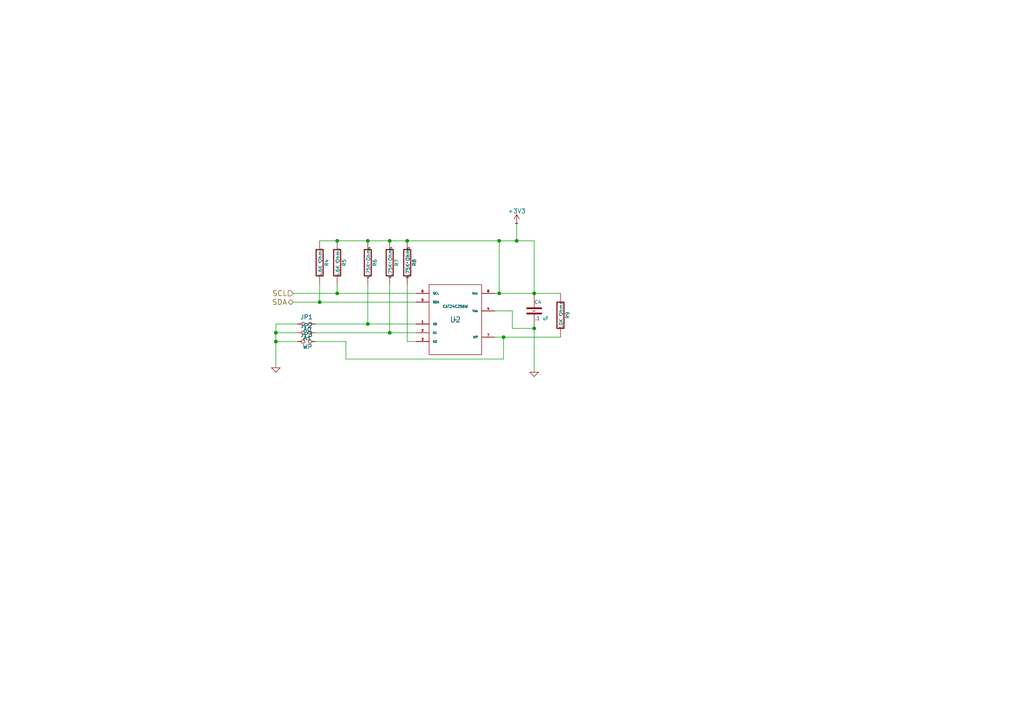
<source format=kicad_sch>
(kicad_sch (version 20211123) (generator eeschema)
  (paper "A4")
  (title_block (date "3 mar 2019"))
  (lib_symbols
    (symbol "LCCCANCape-rescue:+3V3" (power) (pin_names (offset 0))
      (property "Value" "+3V3" (at 0 3.556 0))
      (symbol "+3V3_0_1"
        (polyline (pts (xy -0.762 1.27) (xy 0 2.54)))
        (polyline (pts (xy 0 0) (xy 0 2.54)))
        (polyline (pts (xy 0 2.54) (xy 0.762 1.27)))
      )
      (symbol "+3V3_1_1"
        (pin power_in line (at 0 0 90) (length 0) hide (name "+3V3") (number "1"))
      )
    )
    (symbol "LCCCANCape-rescue:C-RESCUE-LCCCANCape" (pin_numbers hide) (pin_names (offset 0.254))
      (property "Reference" "C" (at 0 2.54 0))
      (property "Value" "C-RESCUE-LCCCANCape" (at 0.1524 -2.159 0))
      (symbol "C-RESCUE-LCCCANCape_0_1"
        (polyline (pts (xy -2.032 -0.762) (xy 2.032 -0.762)) (stroke (width 0.508)))
        (polyline (pts (xy -2.032 0.762) (xy 2.032 0.762)) (stroke (width 0.508)))
      )
      (symbol "C-RESCUE-LCCCANCape_1_1"
        (pin passive line (at 0 5.08 270) (length 4.318) (name "~") (number "1"))
        (pin passive line (at 0 -5.08 90) (length 4.318) (name "~") (number "2"))
      )
    )
    (symbol "LCCCANCape-rescue:CAT24C256W" (pin_names (offset 1.016))
      (property "Reference" "U" (at 0 0 0))
      (property "Value" "CAT24C256W" (at 0 3.81 0))
      (symbol "CAT24C256W_0_1"
        (rectangle (start -7.62 10.16) (end 7.62 -10.16))
      )
      (symbol "CAT24C256W_1_1"
        (pin input line (at -11.43 -1.27 0) (length 3.81) (name "A0") (number "1"))
        (pin input line (at -11.43 -3.81 0) (length 3.81) (name "A1") (number "2"))
        (pin input line (at -11.43 -6.35 0) (length 3.81) (name "A2") (number "3"))
        (pin power_in line (at 11.43 2.54 180) (length 3.81) (name "Vss") (number "4"))
        (pin bidirectional line (at -11.43 5.08 0) (length 3.81) (name "SDA") (number "5"))
        (pin input line (at -11.43 7.62 0) (length 3.81) (name "SCL") (number "6"))
        (pin input line (at 11.43 -5.08 180) (length 3.81) (name "WP") (number "7"))
        (pin power_in line (at 11.43 7.62 180) (length 3.81) (name "Vcc") (number "8"))
      )
    )
    (symbol "LCCCANCape-rescue:GND-RESCUE-LCCCANCape" (power) (pin_names (offset 0))
      (symbol "GND-RESCUE-LCCCANCape_0_1"
        (polyline (pts (xy -1.27 0) (xy 0 -1.27) (xy 1.27 0) (xy -1.27 0)))
      )
      (symbol "GND-RESCUE-LCCCANCape_1_1"
        (pin power_in line (at 0 0 90) (length 0) hide (name "GND") (number "1"))
      )
    )
    (symbol "LCCCANCape-rescue:Jumper_NC_Small" (pin_numbers hide) (pin_names (offset 0.762) hide)
      (property "Reference" "JP" (at 0 2.032 0))
      (property "Value" "Jumper_NC_Small" (at 0.254 -1.524 0))
      (symbol "Jumper_NC_Small_0_1"
        (circle (center -1.016 0) (radius 0.508))
        (circle (center 1.016 0) (radius 0.508))
        (arc (start 1.016 0.762) (mid 0 1.1828) (end -1.016 0.762))
        (pin passive line (at -2.54 0 0) (length 1.016) (name "1") (number "1"))
        (pin passive line (at 2.54 0 180) (length 1.016) (name "2") (number "2"))
      )
    )
    (symbol "LCCCANCape-rescue:Jumper_NO_Small" (pin_numbers hide) (pin_names (offset 0.762) hide)
      (property "Reference" "JP" (at 0 2.032 0))
      (property "Value" "Jumper_NO_Small" (at 0.254 -1.524 0))
      (symbol "Jumper_NO_Small_0_1"
        (circle (center -1.016 0) (radius 0.508))
        (circle (center 1.016 0) (radius 0.508))
        (pin passive line (at -2.54 0 0) (length 1.016) (name "1") (number "1"))
        (pin passive line (at 2.54 0 180) (length 1.016) (name "2") (number "2"))
      )
    )
    (symbol "LCCCANCape-rescue:R-RESCUE-LCCCANCape" (pin_numbers hide) (pin_names (offset 0))
      (property "Reference" "R" (at 2.032 0 90))
      (property "Value" "R-RESCUE-LCCCANCape" (at 0.1778 0.0254 90))
      (symbol "R-RESCUE-LCCCANCape_0_1"
        (rectangle (start -1.016 3.81) (end 1.016 -3.81) (stroke (width 0.3048)))
      )
      (symbol "R-RESCUE-LCCCANCape_1_1"
        (pin passive line (at 0 6.35 270) (length 2.54) (name "~") (number "1"))
        (pin passive line (at 0 -6.35 90) (length 2.54) (name "~") (number "2"))
      )
    )
  )
  (junction (at 113.03 96.52))
  (junction (at 118.11 69.85))
  (junction (at 154.94 95.25))
  (junction (at 144.78 69.85))
  (junction (at 80.01 99.06))
  (junction (at 97.79 69.85))
  (junction (at 97.79 85.09))
  (junction (at 106.68 93.98))
  (junction (at 144.78 85.09))
  (junction (at 149.86 69.85))
  (junction (at 113.03 69.85))
  (junction (at 154.94 85.09))
  (junction (at 106.68 69.85))
  (junction (at 92.71 87.63))
  (junction (at 80.01 96.52))
  (junction (at 146.05 97.79))
  (wire (pts (xy 118.11 82.55) (xy 118.11 99.06)))
  (wire (pts (xy 118.11 69.85) (xy 144.78 69.85)))
  (wire (pts (xy 97.79 82.55) (xy 97.79 85.09)))
  (wire (pts (xy 100.33 104.14) (xy 100.33 99.06)))
  (wire (pts (xy 118.11 99.06) (xy 120.65 99.06)))
  (wire (pts (xy 120.65 87.63) (xy 92.71 87.63)))
  (wire (pts (xy 91.44 93.98) (xy 106.68 93.98)))
  (wire (pts (xy 143.51 85.09) (xy 144.78 85.09)))
  (wire (pts (xy 92.71 87.63) (xy 85.09 87.63)))
  (wire (pts (xy 154.94 95.25) (xy 154.94 107.95)))
  (wire (pts (xy 146.05 97.79) (xy 146.05 104.14)))
  (wire (pts (xy 154.94 69.85) (xy 154.94 85.09)))
  (wire (pts (xy 92.71 69.85) (xy 97.79 69.85)))
  (wire (pts (xy 80.01 96.52) (xy 86.36 96.52)))
  (wire (pts (xy 106.68 82.55) (xy 106.68 93.98)))
  (wire (pts (xy 106.68 93.98) (xy 120.65 93.98)))
  (wire (pts (xy 146.05 104.14) (xy 100.33 104.14)))
  (wire (pts (xy 144.78 85.09) (xy 154.94 85.09)))
  (wire (pts (xy 86.36 93.98) (xy 80.01 93.98)))
  (wire (pts (xy 154.94 85.09) (xy 162.56 85.09)))
  (wire (pts (xy 80.01 99.06) (xy 86.36 99.06)))
  (wire (pts (xy 113.03 96.52) (xy 120.65 96.52)))
  (wire (pts (xy 149.86 69.85) (xy 154.94 69.85)))
  (wire (pts (xy 120.65 85.09) (xy 97.79 85.09)))
  (wire (pts (xy 100.33 99.06) (xy 91.44 99.06)))
  (wire (pts (xy 113.03 69.85) (xy 118.11 69.85)))
  (wire (pts (xy 91.44 96.52) (xy 113.03 96.52)))
  (wire (pts (xy 143.51 90.17) (xy 148.59 90.17)))
  (wire (pts (xy 97.79 69.85) (xy 106.68 69.85)))
  (wire (pts (xy 149.86 64.77) (xy 149.86 69.85)))
  (wire (pts (xy 113.03 82.55) (xy 113.03 96.52)))
  (wire (pts (xy 148.59 90.17) (xy 148.59 95.25)))
  (wire (pts (xy 80.01 99.06) (xy 80.01 106.68)))
  (wire (pts (xy 144.78 85.09) (xy 144.78 69.85)))
  (wire (pts (xy 80.01 93.98) (xy 80.01 96.52)))
  (wire (pts (xy 162.56 97.79) (xy 146.05 97.79)))
  (wire (pts (xy 148.59 95.25) (xy 154.94 95.25)))
  (wire (pts (xy 97.79 85.09) (xy 85.09 85.09)))
  (wire (pts (xy 144.78 69.85) (xy 149.86 69.85)))
  (wire (pts (xy 80.01 96.52) (xy 80.01 99.06)))
  (wire (pts (xy 146.05 97.79) (xy 143.51 97.79)))
  (wire (pts (xy 92.71 82.55) (xy 92.71 87.63)))
  (wire (pts (xy 106.68 69.85) (xy 113.03 69.85)))
  (hierarchical_label "SCL" (shape input) (at 85.09 85.09 180) (effects (font (size 1.524 1.524))))
  (hierarchical_label "SDA" (shape bidirectional) (at 85.09 87.63 180) (effects (font (size 1.524 1.524))))
  (symbol (lib_id "LCCCANCape-rescue:CAT24C256W") (at 132.08 92.71 0) (unit 1)
    (property "Reference" "U2" (at 132.08 92.71 0) (effects (font (size 1.524 1.524))))
    (property "Value" "CAT24C256W" (at 132.08 88.9 0) (effects (font (size 0.762 0.762))))
    (property "Footprint" "Housings_SOIC:SOIC-8_3.9x4.9mm_Pitch1.27mm" (effects hide))
    (property "Datasheet" "~" (at 132.08 92.71 0) (effects (font (size 1.524 1.524))))
    (property "Mouser Part Number" "698-CAT24C256WI-GT3" (effects hide))
  )
  (symbol (lib_id "LCCCANCape-rescue:R-RESCUE-LCCCANCape") (at 118.11 76.2 0) (unit 1)
    (property "Reference" "R8" (at 120.142 76.2 90) (effects (font (size 1.016 1.016))))
    (property "Value" "4.75K Ohms" (at 118.2878 76.1746 90) (effects (font (size 1.016 1.016))))
    (property "Footprint" "Resistors_SMD:R_0603" (effects hide))
    (property "Datasheet" "~" (at 118.11 76.2 0) (effects (font (size 0.762 0.762))))
    (property "Mouser Part Number" "603-AC0603FR-104K75L" (effects hide))
  )
  (symbol (lib_id "LCCCANCape-rescue:R-RESCUE-LCCCANCape") (at 113.03 76.2 0) (unit 1)
    (property "Reference" "R7" (at 115.062 76.2 90) (effects (font (size 1.016 1.016))))
    (property "Value" "4.75K Ohms" (at 113.2078 76.1746 90) (effects (font (size 1.016 1.016))))
    (property "Footprint" "Resistors_SMD:R_0603" (effects hide))
    (property "Datasheet" "~" (at 113.03 76.2 0) (effects (font (size 0.762 0.762))))
    (property "Mouser Part Number" "603-AC0603FR-104K75L" (effects hide))
  )
  (symbol (lib_id "LCCCANCape-rescue:R-RESCUE-LCCCANCape") (at 106.68 76.2 0) (unit 1)
    (property "Reference" "R6" (at 108.712 76.2 90) (effects (font (size 1.016 1.016))))
    (property "Value" "4.75K Ohms" (at 106.8578 76.1746 90) (effects (font (size 1.016 1.016))))
    (property "Footprint" "Resistors_SMD:R_0603" (effects hide))
    (property "Datasheet" "~" (at 106.68 76.2 0) (effects (font (size 0.762 0.762))))
    (property "Mouser Part Number" "603-AC0603FR-104K75L" (effects hide))
  )
  (symbol (lib_id "LCCCANCape-rescue:R-RESCUE-LCCCANCape") (at 97.79 76.2 0) (unit 1)
    (property "Reference" "R5" (at 99.822 76.2 90) (effects (font (size 1.016 1.016))))
    (property "Value" "5.6K Ohms" (at 97.9678 76.1746 90) (effects (font (size 1.016 1.016))))
    (property "Footprint" "Resistors_SMD:R_0603" (effects hide))
    (property "Datasheet" "~" (at 97.79 76.2 0) (effects (font (size 0.762 0.762))))
    (property "Mouser Part Number" "603-RC0603FR-075K6P" (effects hide))
  )
  (symbol (lib_id "LCCCANCape-rescue:R-RESCUE-LCCCANCape") (at 92.71 76.2 0) (unit 1)
    (property "Reference" "R4" (at 94.742 76.2 90) (effects (font (size 1.016 1.016))))
    (property "Value" "5.6K Ohms" (at 92.8878 76.1746 90) (effects (font (size 1.016 1.016))))
    (property "Footprint" "Resistors_SMD:R_0603" (effects hide))
    (property "Datasheet" "~" (at 92.71 76.2 0) (effects (font (size 0.762 0.762))))
    (property "Mouser Part Number" "603-RC0603FR-075K6P" (effects hide))
  )
  (symbol (lib_id "LCCCANCape-rescue:R-RESCUE-LCCCANCape") (at 162.56 91.44 0) (unit 1)
    (property "Reference" "R9" (at 164.592 91.44 90) (effects (font (size 1.016 1.016))))
    (property "Value" "10K Ohms" (at 162.7378 91.4146 90) (effects (font (size 1.016 1.016))))
    (property "Footprint" "Resistors_SMD:R_0603" (effects hide))
    (property "Datasheet" "~" (at 162.56 91.44 0) (effects (font (size 0.762 0.762))))
    (property "Mouser Part Number" "603-AC0603JR-0710KL" (effects hide))
  )
  (symbol (lib_id "LCCCANCape-rescue:C-RESCUE-LCCCANCape") (at 154.94 90.17 0)
    (property "Reference" "C4" (at 154.94 87.63 0) (effects (font (size 1.016 1.016)) (justify left)))
    (property "Value" ".1 uf" (at 155.0924 92.329 0) (effects (font (size 1.016 1.016)) (justify left)))
    (property "Footprint" "Capacitors_SMD:C_0603" (effects hide))
    (property "Datasheet" "~" (at 154.94 90.17 0) (effects (font (size 1.524 1.524))))
    (property "Mouser Part Number" "710-885012206095" (effects hide))
  )
  (symbol (lib_id "LCCCANCape-rescue:GND-RESCUE-LCCCANCape") (at 154.94 107.95 0) (unit 1)
    (property "Reference" "#PWR020" (effects hide))
    (property "Value" "GND" (effects hide))
  )
  (symbol (lib_id "LCCCANCape-rescue:+3V3") (at 149.86 64.77 0)
    (property "Reference" "#PWR021" (effects hide))
    (property "Value" "+3V3" (at 149.86 61.214 0))
    (property "Footprint" "~" (at 149.86 64.77 0) (effects (font (size 1.524 1.524))))
    (property "Datasheet" "~" (at 149.86 64.77 0) (effects (font (size 1.524 1.524))))
  )
  (symbol (lib_id "LCCCANCape-rescue:GND-RESCUE-LCCCANCape") (at 80.01 106.68 0) (unit 1)
    (property "Reference" "#PWR022" (effects hide))
    (property "Value" "GND" (effects hide))
  )
  (symbol (lib_id "LCCCANCape-rescue:Jumper_NO_Small") (at 88.9 93.98 0) (unit 1)
    (property "Reference" "JP1" (at 88.9 91.948 0))
    (property "Value" "A0" (at 89.154 95.504 0))
    (property "Footprint" "Jumpers_SMD:JP_0603_Open" (effects hide))
  )
  (symbol (lib_id "LCCCANCape-rescue:Jumper_NO_Small") (at 88.9 96.52 0) (unit 1)
    (property "Reference" "JP2" (at 88.9 94.488 0))
    (property "Value" "A1" (at 89.154 98.044 0))
    (property "Footprint" "Jumpers_SMD:JP_0603_Open" (effects hide))
  )
  (symbol (lib_id "LCCCANCape-rescue:Jumper_NC_Small") (at 88.9 99.06 0) (unit 1)
    (property "Reference" "JP3" (at 88.9 97.028 0))
    (property "Value" "WP" (at 89.154 100.584 0))
    (property "Footprint" "Jumpers_SMD:JP_0603_Closed" (effects hide))
  )
)
</source>
